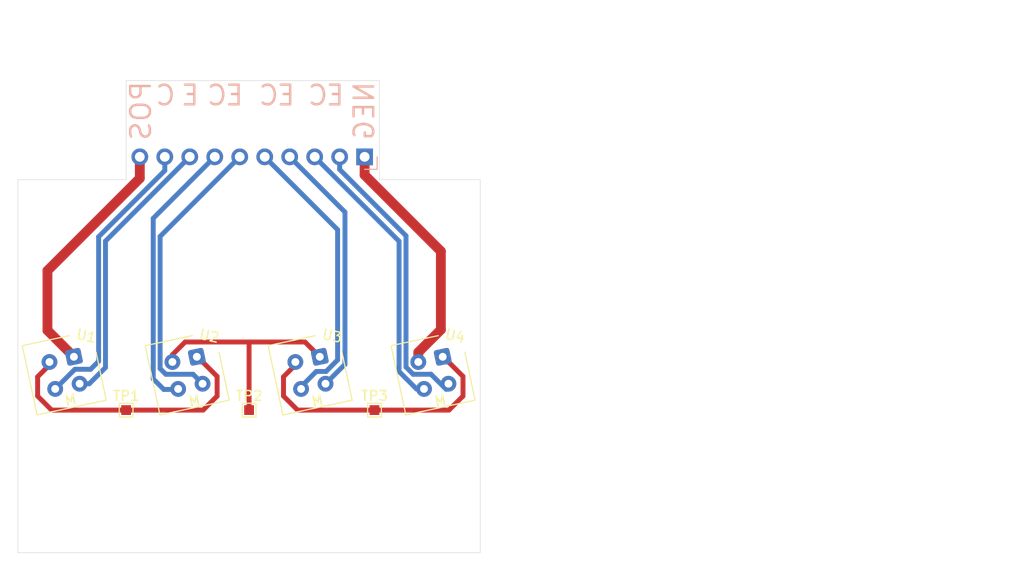
<source format=kicad_pcb>
(kicad_pcb (version 20211014) (generator pcbnew)
  (layers (0 "F.Cu" signal) (31 "B.Cu" signal) (34 "B.Paste" user) (35 "F.Paste" user) (36 "B.SilkS" user "B.Silkscreen") (37 "F.SilkS" user "F.Silkscreen") (38 "B.Mask" user) (39 "F.Mask" user) (44 "Edge.Cuts" user))
  (net 0 "")
  (net 1 "/NEG")
  (net 2 "/POS")
  (net 3 "/E4")
  (net 4 "/C4")
  (net 5 "/E3")
  (net 6 "/C3")
  (net 7 "/E2")
  (net 8 "/C2")
  (net 9 "/E1")
  (net 10 "/C1")
  (net 11 "Net-(TP1-Pad1)")
  (net 12 "Net-(TP2-Pad1)")
  (net 13 "Net-(TP3-Pad1)")
  (footprint "Mounting_Holes:MountingHole_3.2mm_M3" (layer "F.Cu") (at 137.5 100)
    (fp_text reference "H1" hide)
    (fp_text value "MountingHole")
    (pad "" np_thru_hole circle locked (at 0 0) (size 3.2 3.2) (drill 3.2) (layers *.Cu *.Mask))
  )
  (footprint "Mounting_Holes:MountingHole_3.2mm_M3" (layer "F.Cu") (at 137.5 80)
    (fp_text reference "H2" hide)
    (fp_text value "MountingHole")
    (pad "" np_thru_hole circle locked (at 0 0) (size 3.2 3.2) (drill 3.2) (layers *.Cu *.Mask))
  )
  (footprint "footprints:Vishay_CNY70_12DegRotation" (layer "F.Cu") (at 131.15 89.795 -90)
    (fp_text reference "U1" (at -3.9 -2.3 -12 unlocked) (layer "F.SilkS"))
    (fp_text value "CNY70")
    (fp_text user "M" (at 2.6 -0.7 12 unlocked) (layer "F.SilkS") (effects (font (thickness 0.153))))
    (fp_line (start 4.120622 2.713816) (end 2.623658 -4.328847) (layer "F.SilkS") (width 0.12))
    (fp_line (start -3.940808 -0.582143) (end -2.92204 4.21078) (layer "F.SilkS") (width 0.12))
    (fp_line (start 2.623658 -4.328847) (end -2.26708 -3.289288) (layer "F.SilkS") (width 0.12))
    (fp_line (start -2.92204 4.21078) (end 4.120622 2.713816) (layer "F.SilkS") (width 0.12))
    (pad "1" thru_hole roundrect (at -1.788883 -1.039549 282) (size 1.6 1.6) (drill 0.8) (layers *.Cu *.Mask) (roundrect_rratio 0.156) (net 2 "/POS"))
    (pad "2" thru_hole circle (at -1.260788 1.444946 282) (size 1.6 1.6) (drill 0.8) (layers *.Cu *.Mask) (net 11 "Net-(TP1-Pad1)"))
    (pad "3" thru_hole circle (at 1.478026 0.862793 282) (size 1.6 1.6) (drill 0.8) (layers *.Cu *.Mask) (net 10 "/C1"))
    (pad "4" thru_hole circle (at 0.94993 -1.621702 282) (size 1.6 1.6) (drill 0.8) (layers *.Cu *.Mask) (net 9 "/E1"))
  )
  (footprint "footprints:Vishay_CNY70_12DegRotation" (layer "F.Cu") (at 143.65 89.795 -90)
    (fp_text reference "U2" (at -3.9 -2.3 -12 unlocked) (layer "F.SilkS"))
    (fp_text value "CNY70")
    (fp_text user "M" (at 2.7 -0.8 12 unlocked) (layer "F.SilkS"))
    (fp_line (start -2.92204 4.21078) (end 4.120622 2.713816) (layer "F.SilkS") (width 0.12))
    (fp_line (start -3.940808 -0.582143) (end -2.92204 4.21078) (layer "F.SilkS") (width 0.12))
    (fp_line (start 2.623658 -4.328847) (end -2.26708 -3.289288) (layer "F.SilkS") (width 0.12))
    (fp_line (start 4.120622 2.713816) (end 2.623658 -4.328847) (layer "F.SilkS") (width 0.12))
    (pad "1" thru_hole roundrect (at -1.788883 -1.039549 282) (size 1.6 1.6) (drill 0.8) (layers *.Cu *.Mask) (roundrect_rratio 0.156) (net 11 "Net-(TP1-Pad1)"))
    (pad "2" thru_hole circle (at -1.260788 1.444946 282) (size 1.6 1.6) (drill 0.8) (layers *.Cu *.Mask) (net 12 "Net-(TP2-Pad1)"))
    (pad "3" thru_hole circle (at 1.478026 0.862793 282) (size 1.6 1.6) (drill 0.8) (layers *.Cu *.Mask) (net 8 "/C2"))
    (pad "4" thru_hole circle (at 0.94993 -1.621702 282) (size 1.6 1.6) (drill 0.8) (layers *.Cu *.Mask) (net 7 "/E2"))
  )
  (footprint "Mounting_Holes:MountingHole_3.2mm_M3" (layer "F.Cu") (at 150 100)
    (fp_text reference "H3" hide)
    (fp_text value "MountingHole")
    (pad "" np_thru_hole circle locked (at 0 0) (size 3.2 3.2) (drill 3.2) (layers *.Cu *.Mask))
  )
  (footprint "Mounting_Holes:MountingHole_3.2mm_M3" (layer "F.Cu") (at 150 80)
    (fp_text reference "H4" hide)
    (fp_text value "MountingHole")
    (pad "" np_thru_hole circle locked (at 0 0) (size 3.2 3.2) (drill 3.2) (layers *.Cu *.Mask))
  )
  (footprint "Mounting_Holes:MountingHole_3.2mm_M3" (layer "F.Cu") (at 162.5 100)
    (fp_text reference "H5" hide)
    (fp_text value "MountingHole")
    (pad "" np_thru_hole circle locked (at 0 0) (size 3.2 3.2) (drill 3.2) (layers *.Cu *.Mask))
  )
  (footprint "Mounting_Holes:MountingHole_3.2mm_M3" (layer "F.Cu") (at 162.5 80)
    (fp_text reference "H6" hide)
    (fp_text value "MountingHole")
    (pad "" np_thru_hole circle locked (at 0 0) (size 3.2 3.2) (drill 3.2) (layers *.Cu *.Mask))
  )
  (footprint "footprints:Vishay_CNY70_12DegRotation" (layer "F.Cu") (at 156.15 89.795 -90)
    (fp_text reference "U3" (at -3.9 -2.3 -12 unlocked) (layer "F.SilkS"))
    (fp_text value "CNY70")
    (fp_text user "M" (at 2.7 -0.8 12 unlocked) (layer "F.SilkS"))
    (fp_line (start -2.92204 4.21078) (end 4.120622 2.713816) (layer "F.SilkS") (width 0.12))
    (fp_line (start -3.940808 -0.582143) (end -2.92204 4.21078) (layer "F.SilkS") (width 0.12))
    (fp_line (start 2.623658 -4.328847) (end -2.26708 -3.289288) (layer "F.SilkS") (width 0.12))
    (fp_line (start 4.120622 2.713816) (end 2.623658 -4.328847) (layer "F.SilkS") (width 0.12))
    (pad "1" thru_hole roundrect (at -1.788883 -1.039549 282) (size 1.6 1.6) (drill 0.8) (layers *.Cu *.Mask) (roundrect_rratio 0.156) (net 12 "Net-(TP2-Pad1)"))
    (pad "2" thru_hole circle (at -1.260788 1.444946 282) (size 1.6 1.6) (drill 0.8) (layers *.Cu *.Mask) (net 13 "Net-(TP3-Pad1)"))
    (pad "3" thru_hole circle (at 1.478026 0.862793 282) (size 1.6 1.6) (drill 0.8) (layers *.Cu *.Mask) (net 6 "/C3"))
    (pad "4" thru_hole circle (at 0.94993 -1.621702 282) (size 1.6 1.6) (drill 0.8) (layers *.Cu *.Mask) (net 5 "/E3"))
  )
  (footprint "footprints:Vishay_CNY70_12DegRotation" (layer "F.Cu") (at 168.65 89.795 -90)
    (fp_text reference "U4" (at -3.9 -2.3 -12 unlocked) (layer "F.SilkS"))
    (fp_text value "CNY70")
    (fp_text user "M" (at 2.7 -0.8 12 unlocked) (layer "F.SilkS"))
    (fp_line (start -2.92204 4.21078) (end 4.120622 2.713816) (layer "F.SilkS") (width 0.12))
    (fp_line (start -3.940808 -0.582143) (end -2.92204 4.21078) (layer "F.SilkS") (width 0.12))
    (fp_line (start 4.120622 2.713816) (end 2.623658 -4.328847) (layer "F.SilkS") (width 0.12))
    (fp_line (start 2.623658 -4.328847) (end -2.26708 -3.289288) (layer "F.SilkS") (width 0.12))
    (pad "1" thru_hole roundrect (at -1.788883 -1.039549 282) (size 1.6 1.6) (drill 0.8) (layers *.Cu *.Mask) (roundrect_rratio 0.156) (net 13 "Net-(TP3-Pad1)"))
    (pad "2" thru_hole circle (at -1.260788 1.444946 282) (size 1.6 1.6) (drill 0.8) (layers *.Cu *.Mask) (net 1 "/NEG"))
    (pad "3" thru_hole circle (at 1.478026 0.862793 282) (size 1.6 1.6) (drill 0.8) (layers *.Cu *.Mask) (net 4 "/C4"))
    (pad "4" thru_hole circle (at 0.94993 -1.621702 282) (size 1.6 1.6) (drill 0.8) (layers *.Cu *.Mask) (net 3 "/E4"))
  )
  (footprint "TestPoint:TestPoint_Pad_1.0x1.0mm" (layer "F.Cu") (at 137.5 93.425)
    (fp_text reference "TP1" (at 0 -1.448) (layer "F.SilkS"))
    (fp_text value "TestPoint")
    (fp_line (start -0.7 0.7) (end -0.7 -0.7) (layer "F.SilkS") (width 0.12))
    (fp_line (start -0.7 -0.7) (end 0.7 -0.7) (layer "F.SilkS") (width 0.12))
    (fp_line (start 0.7 0.7) (end -0.7 0.7) (layer "F.SilkS") (width 0.12))
    (fp_line (start 0.7 -0.7) (end 0.7 0.7) (layer "F.SilkS") (width 0.12))
    (pad "1" smd rect locked (at 0 0) (size 1 1) (layers "F.Cu" "F.Mask") (net 11 "Net-(TP1-Pad1)"))
  )
  (footprint "TestPoint:TestPoint_Pad_1.0x1.0mm" (layer "F.Cu") (at 150 93.425)
    (fp_text reference "TP2" (at 0 -1.448) (layer "F.SilkS"))
    (fp_text value "TestPoint")
    (fp_line (start 0.7 0.7) (end -0.7 0.7) (layer "F.SilkS") (width 0.12))
    (fp_line (start -0.7 -0.7) (end 0.7 -0.7) (layer "F.SilkS") (width 0.12))
    (fp_line (start 0.7 -0.7) (end 0.7 0.7) (layer "F.SilkS") (width 0.12))
    (fp_line (start -0.7 0.7) (end -0.7 -0.7) (layer "F.SilkS") (width 0.12))
    (pad "1" smd rect locked (at 0 0) (size 1 1) (layers "F.Cu" "F.Mask") (net 12 "Net-(TP2-Pad1)"))
  )
  (footprint "TestPoint:TestPoint_Pad_1.0x1.0mm" (layer "F.Cu") (at 162.75 93.425)
    (fp_text reference "TP3" (at 0 -1.448) (layer "F.SilkS"))
    (fp_text value "TestPoint")
    (fp_line (start -0.7 0.7) (end -0.7 -0.7) (layer "F.SilkS") (width 0.12))
    (fp_line (start -0.7 -0.7) (end 0.7 -0.7) (layer "F.SilkS") (width 0.12))
    (fp_line (start 0.7 -0.7) (end 0.7 0.7) (layer "F.SilkS") (width 0.12))
    (fp_line (start 0.7 0.7) (end -0.7 0.7) (layer "F.SilkS") (width 0.12))
    (pad "1" smd rect locked (at 0 0) (size 1 1) (layers "F.Cu" "F.Mask") (net 13 "Net-(TP3-Pad1)"))
  )
  (footprint "Pin_Headers:Pin_Header_Angled_1x10_Pitch2.54mm" (layer "B.Cu") (at 161.75 67.675 90)
    (fp_text reference "J1" hide)
    (fp_text value "Conn_01x10_Male")
    (fp_line (start -1.27 0) (end -1.27 1.27) (layer "B.SilkS") (width 0.12))
    (fp_line (start -1.27 1.27) (end 0 1.27) (layer "B.SilkS") (width 0.12))
    (pad "1" thru_hole rect (at 0 0 90) (size 1.7 1.7) (drill 1) (layers *.Cu *.Mask) (net 1 "/NEG"))
    (pad "2" thru_hole oval (at 0 -2.54 90) (size 1.7 1.7) (drill 1) (layers *.Cu *.Mask) (net 3 "/E4"))
    (pad "3" thru_hole oval (at 0 -5.08 90) (size 1.7 1.7) (drill 1) (layers *.Cu *.Mask) (net 4 "/C4"))
    (pad "4" thru_hole oval (at 0 -7.62 90) (size 1.7 1.7) (drill 1) (layers *.Cu *.Mask) (net 5 "/E3"))
    (pad "5" thru_hole oval (at 0 -10.16 90) (size 1.7 1.7) (drill 1) (layers *.Cu *.Mask) (net 6 "/C3"))
    (pad "6" thru_hole oval (at 0 -12.7 90) (size 1.7 1.7) (drill 1) (layers *.Cu *.Mask) (net 7 "/E2"))
    (pad "7" thru_hole oval (at 0 -15.24 90) (size 1.7 1.7) (drill 1) (layers *.Cu *.Mask) (net 8 "/C2"))
    (pad "8" thru_hole oval (at 0 -17.78 90) (size 1.7 1.7) (drill 1) (layers *.Cu *.Mask) (net 9 "/E1"))
    (pad "9" thru_hole oval (at 0 -20.32 90) (size 1.7 1.7) (drill 1) (layers *.Cu *.Mask) (net 10 "/C1"))
    (pad "10" thru_hole oval (at 0 -22.86 90) (size 1.7 1.7) (drill 1) (layers *.Cu *.Mask) (net 2 "/POS"))
  )
  (gr_line (start 126.5 70) (end 126.5 107.925) (layer "Edge.Cuts") (width 0.05))
  (gr_line (start 163.25 70) (end 163.25 59.925) (layer "Edge.Cuts") (width 0.05))
  (gr_line (start 137.5 70) (end 126.5 70) (layer "Edge.Cuts") (width 0.05))
  (gr_line (start 163.25 59.925) (end 137.5 59.925) (layer "Edge.Cuts") (width 0.05))
  (gr_line (start 163.25 70) (end 173.5 70) (layer "Edge.Cuts") (width 0.05))
  (gr_line (start 173.5 107.925) (end 173.5 70) (layer "Edge.Cuts") (width 0.05))
  (gr_line (start 126.5 107.925) (end 173.5 107.925) (layer "Edge.Cuts") (width 0.05))
  (gr_line (start 137.5 59.925) (end 137.5 70) (layer "Edge.Cuts") (width 0.05))
  (gr_text "NEG" (at 161.71 63 90) (layer "B.SilkS") (effects (font (size 2 2) (thickness 0.25)) (justify mirror)))
  (gr_text "POS" (at 139 63 90) (layer "B.SilkS") (effects (font (size 2 2) (thickness 0.25)) (justify mirror)))
  (gr_text "C" (at 141.5 61.425) (layer "B.SilkS") (effects (font (size 2 2) (thickness 0.25)) (justify mirror)))
  (gr_text "C" (at 146.75 61.425) (layer "B.SilkS") (effects (font (size 2 2) (thickness 0.25)) (justify mirror)))
  (gr_text "C" (at 152 61.425) (layer "B.SilkS") (effects (font (size 2 2) (thickness 0.25)) (justify mirror)))
  (gr_text "C" (at 157 61.425) (layer "B.SilkS") (effects (font (size 2 2) (thickness 0.25)) (justify mirror)))
  (gr_text "E" (at 158.75 61.425) (layer "B.SilkS") (effects (font (size 2 2) (thickness 0.25)) (justify mirror)))
  (gr_text "E" (at 153.75 61.425) (layer "B.SilkS") (effects (font (size 2 2) (thickness 0.25)) (justify mirror)))
  (gr_text "E" (at 148.5 61.425) (layer "B.SilkS") (effects (font (size 2 2) (thickness 0.25)) (justify mirror)))
  (gr_text "E" (at 144 61.425) (layer "B.SilkS") (effects (font (size 2 2) (thickness 0.25)) (justify mirror)))
  (segment (start 169.5 77.275) (end 169.5 85.25) (width 1) (layer "F.Cu") (net 1))
  (segment (start 161.75 67.675) (end 161.75 69.525) (width 1) (layer "F.Cu") (net 1))
  (segment (start 167.205054 87.544946) (end 167.205054 88.534212) (width 1) (layer "F.Cu") (net 1))
  (segment (start 161.75 69.525) (end 169.5 77.275) (width 1) (layer "F.Cu") (net 1))
  (segment (start 169.5 85.25) (end 167.205054 87.544946) (width 1) (layer "F.Cu") (net 1))
  (segment (start 138.89 69.86) (end 129.5 79.25) (width 1) (layer "F.Cu") (net 2))
  (segment (start 129.5 85.316568) (end 132.189549 88.006117) (width 1) (layer "F.Cu") (net 2))
  (segment (start 129.5 79.25) (end 129.5 85.316568) (width 1) (layer "F.Cu") (net 2))
  (segment (start 138.89 67.675) (end 138.89 69.86) (width 1) (layer "F.Cu") (net 2))
  (segment (start 168.499511 89.774511) (end 168.490299 89.783723) (width 0.5) (layer "B.Cu") (net 3))
  (segment (start 165.955543 89.051777) (end 165.955543 75.705543) (width 0.5) (layer "B.Cu") (net 3))
  (segment (start 166.687489 89.783723) (end 165.955543 89.051777) (width 0.5) (layer "B.Cu") (net 3))
  (segment (start 165.955543 75.705543) (end 159.21 68.96) (width 0.5) (layer "B.Cu") (net 3))
  (segment (start 159.21 68.96) (end 159.21 67.675) (width 0.5) (layer "B.Cu") (net 3))
  (segment (start 170.05 91.325) (end 168.499511 89.774511) (width 0.5) (layer "B.Cu") (net 3))
  (segment (start 168.490299 89.783723) (end 166.687489 89.783723) (width 0.5) (layer "B.Cu") (net 3))
  (segment (start 156.67 67.675) (end 165.25 76.255) (width 0.5) (layer "B.Cu") (net 4))
  (segment (start 167.023026 91.273026) (end 167.787207 91.273026) (width 0.5) (layer "B.Cu") (net 4))
  (segment (start 165.25 89.5) (end 167.023026 91.273026) (width 0.5) (layer "B.Cu") (net 4))
  (segment (start 165.25 76.255) (end 165.25 89.5) (width 0.5) (layer "B.Cu") (net 4))
  (segment (start 159.75 73.295) (end 159.75 88.766632) (width 0.5) (layer "B.Cu") (net 5))
  (segment (start 159.75 88.766632) (end 157.771702 90.74493) (width 0.5) (layer "B.Cu") (net 5))
  (segment (start 154.13 67.675) (end 159.75 73.295) (width 0.5) (layer "B.Cu") (net 5))
  (segment (start 159 88.324657) (end 157.829238 89.495419) (width 0.5) (layer "B.Cu") (net 6))
  (segment (start 151.59 67.675) (end 159 75.085) (width 0.5) (layer "B.Cu") (net 6))
  (segment (start 159 75.085) (end 159 88.324657) (width 0.5) (layer "B.Cu") (net 6))
  (segment (start 157.829238 89.495419) (end 156.839581 89.495419) (width 0.5) (layer "B.Cu") (net 6))
  (segment (start 156.839581 89.495419) (end 155.01 91.325) (width 0.5) (layer "B.Cu") (net 6))
  (segment (start 149.05 67.675) (end 140.955543 75.769457) (width 0.5) (layer "B.Cu") (net 7))
  (segment (start 144.310495 89.783723) (end 145.271702 90.74493) (width 0.5) (layer "B.Cu") (net 7))
  (segment (start 141.533723 89.783723) (end 144.310495 89.783723) (width 0.5) (layer "B.Cu") (net 7))
  (segment (start 140.955543 75.769457) (end 140.955543 89.205543) (width 0.5) (layer "B.Cu") (net 7))
  (segment (start 140.955543 89.205543) (end 141.533723 89.783723) (width 0.5) (layer "B.Cu") (net 7))
  (segment (start 142.51 91.325) (end 141.325 91.325) (width 0.5) (layer "B.Cu") (net 8))
  (segment (start 141.325 91.325) (end 140.256023 90.256023) (width 0.5) (layer "B.Cu") (net 8))
  (segment (start 140.256023 90.256023) (end 140.256023 73.928977) (width 0.5) (layer "B.Cu") (net 8))
  (segment (start 140.256023 73.928977) (end 146.51 67.675) (width 0.5) (layer "B.Cu") (net 8))
  (segment (start 135.400479 89.099521) (end 133.75507 90.74493) (width 0.5) (layer "B.Cu") (net 9))
  (segment (start 135.400479 76.244521) (end 135.400479 89.099521) (width 0.5) (layer "B.Cu") (net 9))
  (segment (start 143.97 67.675) (end 135.400479 76.244521) (width 0.5) (layer "B.Cu") (net 9))
  (segment (start 133.75507 90.74493) (end 132.771702 90.74493) (width 0.5) (layer "B.Cu") (net 9))
  (segment (start 133.888212 89.276292) (end 132.283941 89.276292) (width 0.5) (layer "B.Cu") (net 10))
  (segment (start 141.43 69.07) (end 134.70096 75.79904) (width 0.5) (layer "B.Cu") (net 10))
  (segment (start 134.70096 75.79904) (end 134.70096 88.463544) (width 0.5) (layer "B.Cu") (net 10))
  (segment (start 132.283941 89.276292) (end 130.287207 91.273026) (width 0.5) (layer "B.Cu") (net 10))
  (segment (start 141.43 67.675) (end 141.43 69.07) (width 0.5) (layer "B.Cu") (net 10))
  (segment (start 134.70096 88.463544) (end 133.888212 89.276292) (width 0.5) (layer "B.Cu") (net 10))
  (segment (start 129.925 93.425) (end 137.5 93.425) (width 0.5) (layer "F.Cu") (net 11))
  (segment (start 145.275 88.525) (end 146.75 90) (width 0.5) (layer "F.Cu") (net 11))
  (segment (start 146.75 92) (end 145.325 93.425) (width 0.5) (layer "F.Cu") (net 11))
  (segment (start 128.5 90.035) (end 128.5 92) (width 0.5) (layer "F.Cu") (net 11))
  (segment (start 145.05 88.525) (end 145.275 88.525) (width 0.5) (layer "F.Cu") (net 11))
  (segment (start 146.75 90) (end 146.75 92) (width 0.5) (layer "F.Cu") (net 11))
  (segment (start 130.01 88.525) (end 128.5 90.035) (width 0.5) (layer "F.Cu") (net 11))
  (segment (start 145.325 93.425) (end 137.5 93.425) (width 0.5) (layer "F.Cu") (net 11))
  (segment (start 128.5 92) (end 129.925 93.425) (width 0.5) (layer "F.Cu") (net 11))
  (segment (start 142.205054 87.794946) (end 142.205054 88.534212) (width 0.5) (layer "F.Cu") (net 12))
  (segment (start 155.683432 86.5) (end 150 86.5) (width 0.5) (layer "F.Cu") (net 12))
  (segment (start 157.189549 88.006117) (end 155.683432 86.5) (width 0.5) (layer "F.Cu") (net 12))
  (segment (start 143.5 86.5) (end 142.205054 87.794946) (width 0.5) (layer "F.Cu") (net 12))
  (segment (start 150 86.5) (end 143.5 86.5) (width 0.5) (layer "F.Cu") (net 12))
  (segment (start 150 93.425) (end 150 86.5) (width 0.5) (layer "F.Cu") (net 12))
  (segment (start 162.75 93.425) (end 170.325 93.425) (width 0.5) (layer "F.Cu") (net 13))
  (segment (start 170.275 88.525) (end 170.05 88.525) (width 0.5) (layer "F.Cu") (net 13))
  (segment (start 170.325 93.425) (end 171.75 92) (width 0.5) (layer "F.Cu") (net 13))
  (segment (start 154.925 93.425) (end 153.5 92) (width 0.5) (layer "F.Cu") (net 13))
  (segment (start 171.75 92) (end 171.75 90) (width 0.5) (layer "F.Cu") (net 13))
  (segment (start 153.5 92) (end 153.5 90.035) (width 0.5) (layer "F.Cu") (net 13))
  (segment (start 171.75 90) (end 170.275 88.525) (width 0.5) (layer "F.Cu") (net 13))
  (segment (start 162.75 93.425) (end 154.925 93.425) (width 0.5) (layer "F.Cu") (net 13))
  (segment (start 153.5 90.035) (end 155.01 88.525) (width 0.5) (layer "F.Cu") (net 13))
)
</source>
